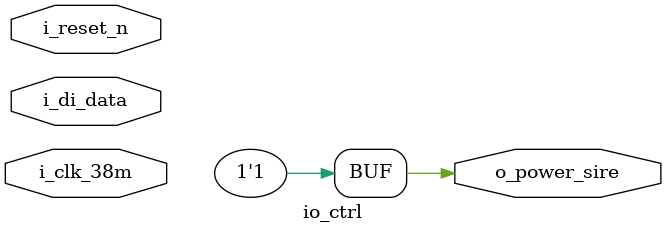
<source format=v>
`timescale 1ns / 1ps
module io_ctrl
(
    input            i_reset_n ,

    input            i_clk_38m,
	
	input [7:0]      i_di_data,

    output           o_power_sire
);
	
	assign o_power_sire = 1'B1;//s_swire;
	
endmodule

</source>
